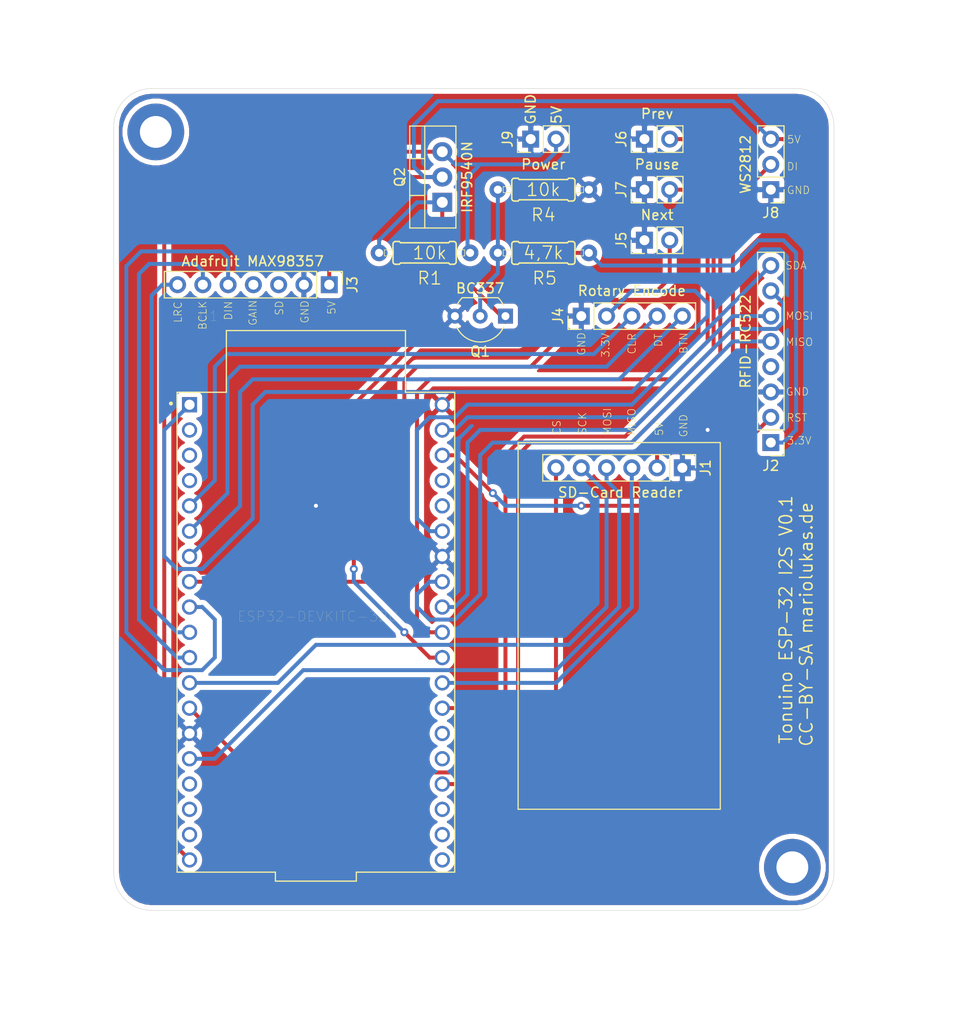
<source format=kicad_pcb>
(kicad_pcb (version 20171130) (host pcbnew "(5.1.8-0-10_14)")
  (layers (0 F.Cu signal) (31 B.Cu signal) (34 B.Paste user) (35 F.Paste user) (36 B.SilkS user) (37 F.SilkS user) (38 B.Mask user) (39 F.Mask user) (44 Edge.Cuts user))
  (net 0 "")
  (net 1 "Net-(U1-Pad35)")
  (net 2 "Net-(U1-Pad34)")
  (net 3 "Net-(U1-Pad25)")
  (net 4 "Net-(U1-Pad24)")
  (net 5 "Net-(U1-Pad22)")
  (net 6 "Net-(U1-Pad21)")
  (net 7 "Net-(U1-Pad20)")
  (net 8 "Net-(U1-Pad18)")
  (net 9 "Net-(U1-Pad17)")
  (net 10 "Net-(U1-Pad16)")
  (net 11 "Net-(U1-Pad4)")
  (net 12 "Net-(U1-Pad3)")
  (net 13 "Net-(U1-Pad2)")
  (net 14 "Net-(Q1-Pad2)")
  (net 15 GND)
  (net 16 GPIO-17)
  (net 17 "Net-(J3-Pad4)")
  (net 18 "Net-(J3-Pad3)")
  (net 19 SD-CARD_CS)
  (net 20 SD-CARD_SCK)
  (net 21 SD-CARD_MOSI)
  (net 22 SD-CARD_MISO)
  (net 23 SWITCHED_VCC)
  (net 24 RFID_SDA)
  (net 25 RFID_SCK)
  (net 26 RFID_MOSI)
  (net 27 RFID_MISO)
  (net 28 RFID_RST)
  (net 29 3.3V)
  (net 30 ROTARY_CLR)
  (net 31 ROTARY_DT)
  (net 32 ROTARY_BUTTON)
  (net 33 BUTTON_PREVIOUS_PIN)
  (net 34 BUTTON_NEXT_PIN)
  (net 35 BUTTON_PLAY_PAUSE_PIN)
  (net 36 NEOPIXEL_DI)
  (net 37 VCC)
  (net 38 MAX98357_LRC)
  (net 39 MAX98357_DIN)
  (net 40 MAX98357_BLCK)
  (net 41 "Net-(J2-Pad4)")
  (net 42 "Net-(Q1-Pad1)")
  (module MountingHole:MountingHole_3.2mm_M3_ISO7380_Pad (layer F.Cu) (at 201.55408 108.6993)
    (fp_text reference REF**)
    (fp_text value MountingHole_3.2mm_M3_ISO7380_Pad)
    (pad 1 thru_hole circle (at 0 0) (size 5.7 5.7) (drill 3.2) (layers *.Cu *.Mask))
  )
  (module MountingHole:MountingHole_3.2mm_M3_ISO7380_Pad (layer F.Cu) (at 137.5791 34.84118)
    (fp_text reference REF**)
    (fp_text value MountingHole_3.2mm_M3_ISO7380_Pad)
    (pad 1 thru_hole circle (at 0 0) (size 5.7 5.7) (drill 3.2) (layers *.Cu *.Mask))
  )
  (module ESP32-DEVKITC-32U:MODULE_ESP32-DEVKITC-32U (layer F.Cu) (at 153.67 85.09)
    (fp_text reference U1 (at -10.795 -31.75) (layer F.SilkS) (effects (font (thickness 0.015))))
    (fp_text value ESP32-DEVKITC-32U (at 0.18542 -1.59004) (layer F.SilkS) (effects (font (thickness 0.015))))
    (fp_circle (center -14.57 -22.97) (end -14.47 -22.97) (layer F.SilkS) (width 0.2))
    (fp_line (start -13.95 -24.1) (end -13.95 24.1) (layer F.SilkS) (width 0.127))
    (fp_line (start 13.95 24.1) (end 13.95 -24.1) (layer F.SilkS) (width 0.127))
    (fp_line (start 13.95 -24.1) (end 9 -24.1) (layer F.SilkS) (width 0.127))
    (fp_line (start -9 -24.1) (end -13.95 -24.1) (layer F.SilkS) (width 0.127))
    (fp_line (start -9 -24.1) (end -9 -30.3) (layer F.SilkS) (width 0.127))
    (fp_line (start -9 -30.3) (end 9 -30.3) (layer F.SilkS) (width 0.127))
    (fp_line (start 9 -30.3) (end 9 -24.1) (layer F.SilkS) (width 0.127))
    (fp_line (start -13.95 24.1) (end -4.07 24.1) (layer F.SilkS) (width 0.127))
    (fp_line (start -4.07 24.1) (end -4.07 25) (layer F.SilkS) (width 0.127))
    (fp_line (start -4.07 25) (end 4.06 25) (layer F.SilkS) (width 0.127))
    (fp_line (start 4.06 25) (end 4.06 24.1) (layer F.SilkS) (width 0.127))
    (fp_line (start 4.06 24.1) (end 13.95 24.1) (layer F.SilkS) (width 0.127))
    (pad 38 thru_hole circle (at 12.7 -22.85) (size 1.53 1.53) (drill 1.02) (layers *.Cu *.Mask) (net 15 GND))
    (pad 37 thru_hole circle (at 12.7 -20.31) (size 1.53 1.53) (drill 1.02) (layers *.Cu *.Mask) (net 26 RFID_MOSI))
    (pad 36 thru_hole circle (at 12.7 -17.77) (size 1.53 1.53) (drill 1.02) (layers *.Cu *.Mask) (net 28 RFID_RST))
    (pad 35 thru_hole circle (at 12.7 -15.23) (size 1.53 1.53) (drill 1.02) (layers *.Cu *.Mask) (net 1 "Net-(U1-Pad35)"))
    (pad 34 thru_hole circle (at 12.7 -12.69) (size 1.53 1.53) (drill 1.02) (layers *.Cu *.Mask) (net 2 "Net-(U1-Pad34)"))
    (pad 33 thru_hole circle (at 12.7 -10.15) (size 1.53 1.53) (drill 1.02) (layers *.Cu *.Mask) (net 24 RFID_SDA))
    (pad 32 thru_hole circle (at 12.7 -7.61) (size 1.53 1.53) (drill 1.02) (layers *.Cu *.Mask) (net 15 GND))
    (pad 31 thru_hole circle (at 12.7 -5.07) (size 1.53 1.53) (drill 1.02) (layers *.Cu *.Mask) (net 27 RFID_MISO))
    (pad 30 thru_hole circle (at 12.7 -2.53) (size 1.53 1.53) (drill 1.02) (layers *.Cu *.Mask) (net 25 RFID_SCK))
    (pad 29 thru_hole circle (at 12.7 0.01) (size 1.53 1.53) (drill 1.02) (layers *.Cu *.Mask) (net 35 BUTTON_PLAY_PAUSE_PIN))
    (pad 28 thru_hole circle (at 12.7 2.55) (size 1.53 1.53) (drill 1.02) (layers *.Cu *.Mask) (net 16 GPIO-17))
    (pad 27 thru_hole circle (at 12.7 5.09) (size 1.53 1.53) (drill 1.02) (layers *.Cu *.Mask) (net 22 SD-CARD_MISO))
    (pad 26 thru_hole circle (at 12.7 7.63) (size 1.53 1.53) (drill 1.02) (layers *.Cu *.Mask) (net 34 BUTTON_NEXT_PIN))
    (pad 25 thru_hole circle (at 12.7 10.17) (size 1.53 1.53) (drill 1.02) (layers *.Cu *.Mask) (net 3 "Net-(U1-Pad25)"))
    (pad 24 thru_hole circle (at 12.7 12.71) (size 1.53 1.53) (drill 1.02) (layers *.Cu *.Mask) (net 4 "Net-(U1-Pad24)"))
    (pad 23 thru_hole circle (at 12.7 15.25) (size 1.53 1.53) (drill 1.02) (layers *.Cu *.Mask) (net 19 SD-CARD_CS))
    (pad 22 thru_hole circle (at 12.7 17.79) (size 1.53 1.53) (drill 1.02) (layers *.Cu *.Mask) (net 5 "Net-(U1-Pad22)"))
    (pad 21 thru_hole circle (at 12.7 20.33) (size 1.53 1.53) (drill 1.02) (layers *.Cu *.Mask) (net 6 "Net-(U1-Pad21)"))
    (pad 20 thru_hole circle (at 12.7 22.87) (size 1.53 1.53) (drill 1.02) (layers *.Cu *.Mask) (net 7 "Net-(U1-Pad20)"))
    (pad 19 thru_hole circle (at -12.7 22.87) (size 1.53 1.53) (drill 1.02) (layers *.Cu *.Mask) (net 37 VCC))
    (pad 18 thru_hole circle (at -12.7 20.33) (size 1.53 1.53) (drill 1.02) (layers *.Cu *.Mask) (net 8 "Net-(U1-Pad18)"))
    (pad 17 thru_hole circle (at -12.7 17.79) (size 1.53 1.53) (drill 1.02) (layers *.Cu *.Mask) (net 9 "Net-(U1-Pad17)"))
    (pad 16 thru_hole circle (at -12.7 15.25) (size 1.53 1.53) (drill 1.02) (layers *.Cu *.Mask) (net 10 "Net-(U1-Pad16)"))
    (pad 15 thru_hole circle (at -12.7 12.71) (size 1.53 1.53) (drill 1.02) (layers *.Cu *.Mask) (net 21 SD-CARD_MOSI))
    (pad 14 thru_hole circle (at -12.7 10.17) (size 1.53 1.53) (drill 1.02) (layers *.Cu *.Mask) (net 15 GND))
    (pad 13 thru_hole circle (at -12.7 7.63) (size 1.53 1.53) (drill 1.02) (layers *.Cu *.Mask) (net 36 NEOPIXEL_DI))
    (pad 12 thru_hole circle (at -12.7 5.09) (size 1.53 1.53) (drill 1.02) (layers *.Cu *.Mask) (net 20 SD-CARD_SCK))
    (pad 11 thru_hole circle (at -12.7 2.55) (size 1.53 1.53) (drill 1.02) (layers *.Cu *.Mask) (net 40 MAX98357_BLCK))
    (pad 10 thru_hole circle (at -12.7 0.01) (size 1.53 1.53) (drill 1.02) (layers *.Cu *.Mask) (net 38 MAX98357_LRC))
    (pad 9 thru_hole circle (at -12.7 -2.53) (size 1.53 1.53) (drill 1.02) (layers *.Cu *.Mask) (net 39 MAX98357_DIN))
    (pad 8 thru_hole circle (at -12.7 -5.07) (size 1.53 1.53) (drill 1.02) (layers *.Cu *.Mask) (net 33 BUTTON_PREVIOUS_PIN))
    (pad 7 thru_hole circle (at -12.7 -7.61) (size 1.53 1.53) (drill 1.02) (layers *.Cu *.Mask) (net 32 ROTARY_BUTTON))
    (pad 6 thru_hole circle (at -12.7 -10.15) (size 1.53 1.53) (drill 1.02) (layers *.Cu *.Mask) (net 31 ROTARY_DT))
    (pad 5 thru_hole circle (at -12.7 -12.69) (size 1.53 1.53) (drill 1.02) (layers *.Cu *.Mask) (net 30 ROTARY_CLR))
    (pad 4 thru_hole circle (at -12.7 -15.23) (size 1.53 1.53) (drill 1.02) (layers *.Cu *.Mask) (net 11 "Net-(U1-Pad4)"))
    (pad 3 thru_hole circle (at -12.7 -17.77) (size 1.53 1.53) (drill 1.02) (layers *.Cu *.Mask) (net 12 "Net-(U1-Pad3)"))
    (pad 2 thru_hole circle (at -12.7 -20.31) (size 1.53 1.53) (drill 1.02) (layers *.Cu *.Mask) (net 13 "Net-(U1-Pad2)"))
    (pad 1 thru_hole rect (at -12.7 -22.85) (size 1.53 1.53) (drill 1.02) (layers *.Cu *.Mask) (net 29 3.3V))
  )
  (module mod_s:PinHeader_1x06_P2.54mm_Vertical (layer F.Cu) (at 190.5 68.58 270)
    (fp_text reference J1 (at 0 -2.33 90) (layer F.SilkS))
    (fp_text value "SD-Card Reader" (at 2.47142 6.2357 180) (layer F.SilkS))
    (fp_line (start -1.33 -1.33) (end 0 -1.33) (layer F.SilkS) (width 0.12))
    (fp_line (start -1.33 0) (end -1.33 -1.33) (layer F.SilkS) (width 0.12))
    (fp_line (start -1.33 1.27) (end 1.33 1.27) (layer F.SilkS) (width 0.12))
    (fp_line (start 1.33 1.27) (end 1.33 14.03) (layer F.SilkS) (width 0.12))
    (fp_line (start -1.33 1.27) (end -1.33 14.03) (layer F.SilkS) (width 0.12))
    (fp_line (start -1.33 14.03) (end 1.33 14.03) (layer F.SilkS) (width 0.12))
    (pad 6 thru_hole oval (at 0 12.7 270) (size 1.7 1.7) (drill 1) (layers *.Cu *.Mask) (net 19 SD-CARD_CS))
    (pad 5 thru_hole oval (at 0 10.16 270) (size 1.7 1.7) (drill 1) (layers *.Cu *.Mask) (net 20 SD-CARD_SCK))
    (pad 4 thru_hole oval (at 0 7.62 270) (size 1.7 1.7) (drill 1) (layers *.Cu *.Mask) (net 21 SD-CARD_MOSI))
    (pad 3 thru_hole oval (at 0 5.08 270) (size 1.7 1.7) (drill 1) (layers *.Cu *.Mask) (net 22 SD-CARD_MISO))
    (pad 2 thru_hole oval (at 0 2.54 270) (size 1.7 1.7) (drill 1) (layers *.Cu *.Mask) (net 23 SWITCHED_VCC))
    (pad 1 thru_hole rect (at 0 0 270) (size 1.7 1.7) (drill 1) (layers *.Cu *.Mask) (net 15 GND))
  )
  (module mod_s:PinHeader_1x02_P2.54mm_Vertical (layer F.Cu) (at 175.26 35.56 90)
    (fp_text reference J9 (at 0 -2.33 90) (layer F.SilkS))
    (fp_text value Power (at -2.54 1.27 180) (layer F.SilkS))
    (fp_line (start -1.33 3.87) (end 1.33 3.87) (layer F.SilkS) (width 0.12))
    (fp_line (start -1.33 1.27) (end -1.33 3.87) (layer F.SilkS) (width 0.12))
    (fp_line (start 1.33 1.27) (end 1.33 3.87) (layer F.SilkS) (width 0.12))
    (fp_line (start -1.33 1.27) (end 1.33 1.27) (layer F.SilkS) (width 0.12))
    (fp_line (start -1.33 0) (end -1.33 -1.33) (layer F.SilkS) (width 0.12))
    (fp_line (start -1.33 -1.33) (end 0 -1.33) (layer F.SilkS) (width 0.12))
    (pad 2 thru_hole oval (at 0 2.54 90) (size 1.7 1.7) (drill 1) (layers *.Cu *.Mask) (net 37 VCC))
    (pad 1 thru_hole rect (at 0 0 90) (size 1.7 1.7) (drill 1) (layers *.Cu *.Mask) (net 15 GND))
  )
  (module mod_s:PinHeader_1x03_P2.54mm_Vertical (layer F.Cu) (at 199.39 40.64 180)
    (fp_text reference J8 (at 0 -2.33) (layer F.SilkS))
    (fp_text value WS2812 (at 2.54 2.54 90) (layer F.SilkS))
    (fp_line (start -1.33 6.41) (end 1.33 6.41) (layer F.SilkS) (width 0.12))
    (fp_line (start -1.33 1.27) (end -1.33 6.41) (layer F.SilkS) (width 0.12))
    (fp_line (start 1.33 1.27) (end 1.33 6.41) (layer F.SilkS) (width 0.12))
    (fp_line (start -1.33 1.27) (end 1.33 1.27) (layer F.SilkS) (width 0.12))
    (fp_line (start -1.33 0) (end -1.33 -1.33) (layer F.SilkS) (width 0.12))
    (fp_line (start -1.33 -1.33) (end 0 -1.33) (layer F.SilkS) (width 0.12))
    (pad 3 thru_hole oval (at 0 5.08 180) (size 1.7 1.7) (drill 1) (layers *.Cu *.Mask) (net 23 SWITCHED_VCC))
    (pad 2 thru_hole oval (at 0 2.54 180) (size 1.7 1.7) (drill 1) (layers *.Cu *.Mask) (net 36 NEOPIXEL_DI))
    (pad 1 thru_hole rect (at 0 0 180) (size 1.7 1.7) (drill 1) (layers *.Cu *.Mask) (net 15 GND))
  )
  (module mod_s:PinHeader_1x02_P2.54mm_Vertical (layer F.Cu) (at 186.69 40.64 90)
    (fp_text reference J7 (at 0 -2.33 90) (layer F.SilkS))
    (fp_text value Pause (at 2.54 1.27 180) (layer F.SilkS))
    (fp_line (start -1.33 3.87) (end 1.33 3.87) (layer F.SilkS) (width 0.12))
    (fp_line (start -1.33 1.27) (end -1.33 3.87) (layer F.SilkS) (width 0.12))
    (fp_line (start 1.33 1.27) (end 1.33 3.87) (layer F.SilkS) (width 0.12))
    (fp_line (start -1.33 1.27) (end 1.33 1.27) (layer F.SilkS) (width 0.12))
    (fp_line (start -1.33 0) (end -1.33 -1.33) (layer F.SilkS) (width 0.12))
    (fp_line (start -1.33 -1.33) (end 0 -1.33) (layer F.SilkS) (width 0.12))
    (pad 2 thru_hole oval (at 0 2.54 90) (size 1.7 1.7) (drill 1) (layers *.Cu *.Mask) (net 35 BUTTON_PLAY_PAUSE_PIN))
    (pad 1 thru_hole rect (at 0 0 90) (size 1.7 1.7) (drill 1) (layers *.Cu *.Mask) (net 15 GND))
  )
  (module mod_s:PinHeader_1x02_P2.54mm_Vertical (layer F.Cu) (at 186.69 35.56 90)
    (fp_text reference J6 (at 0 -2.33 90) (layer F.SilkS))
    (fp_text value Prev (at 2.54 1.27 180) (layer F.SilkS))
    (fp_line (start -1.33 3.87) (end 1.33 3.87) (layer F.SilkS) (width 0.12))
    (fp_line (start -1.33 1.27) (end -1.33 3.87) (layer F.SilkS) (width 0.12))
    (fp_line (start 1.33 1.27) (end 1.33 3.87) (layer F.SilkS) (width 0.12))
    (fp_line (start -1.33 1.27) (end 1.33 1.27) (layer F.SilkS) (width 0.12))
    (fp_line (start -1.33 0) (end -1.33 -1.33) (layer F.SilkS) (width 0.12))
    (fp_line (start -1.33 -1.33) (end 0 -1.33) (layer F.SilkS) (width 0.12))
    (pad 2 thru_hole oval (at 0 2.54 90) (size 1.7 1.7) (drill 1) (layers *.Cu *.Mask) (net 34 BUTTON_NEXT_PIN))
    (pad 1 thru_hole rect (at 0 0 90) (size 1.7 1.7) (drill 1) (layers *.Cu *.Mask) (net 15 GND))
  )
  (module mod_s:PinHeader_1x02_P2.54mm_Vertical (layer F.Cu) (at 186.69 45.72 90)
    (fp_text reference J5 (at 0 -2.33 90) (layer F.SilkS))
    (fp_text value Next (at 2.54 1.27 180) (layer F.SilkS))
    (fp_line (start -1.33 3.87) (end 1.33 3.87) (layer F.SilkS) (width 0.12))
    (fp_line (start -1.33 1.27) (end -1.33 3.87) (layer F.SilkS) (width 0.12))
    (fp_line (start 1.33 1.27) (end 1.33 3.87) (layer F.SilkS) (width 0.12))
    (fp_line (start -1.33 1.27) (end 1.33 1.27) (layer F.SilkS) (width 0.12))
    (fp_line (start -1.33 0) (end -1.33 -1.33) (layer F.SilkS) (width 0.12))
    (fp_line (start -1.33 -1.33) (end 0 -1.33) (layer F.SilkS) (width 0.12))
    (pad 2 thru_hole oval (at 0 2.54 90) (size 1.7 1.7) (drill 1) (layers *.Cu *.Mask) (net 33 BUTTON_PREVIOUS_PIN))
    (pad 1 thru_hole rect (at 0 0 90) (size 1.7 1.7) (drill 1) (layers *.Cu *.Mask) (net 15 GND))
  )
  (module mod_s:PinHeader_1x08_P2.54mm_Vertical (layer F.Cu) (at 199.39 66.04 180)
    (fp_text reference J2 (at 0 -2.33) (layer F.SilkS))
    (fp_text value RFID-RC522 (at 2.54 10.16 90) (layer F.SilkS))
    (fp_line (start -1.33 19.11) (end 1.33 19.11) (layer F.SilkS) (width 0.12))
    (fp_line (start -1.33 1.27) (end -1.33 19.11) (layer F.SilkS) (width 0.12))
    (fp_line (start 1.33 1.27) (end 1.33 19.11) (layer F.SilkS) (width 0.12))
    (fp_line (start -1.33 1.27) (end 1.33 1.27) (layer F.SilkS) (width 0.12))
    (fp_line (start -1.33 0) (end -1.33 -1.33) (layer F.SilkS) (width 0.12))
    (fp_line (start -1.33 -1.33) (end 0 -1.33) (layer F.SilkS) (width 0.12))
    (pad 8 thru_hole oval (at 0 17.78 180) (size 1.7 1.7) (drill 1) (layers *.Cu *.Mask) (net 24 RFID_SDA))
    (pad 7 thru_hole oval (at 0 15.24 180) (size 1.7 1.7) (drill 1) (layers *.Cu *.Mask) (net 25 RFID_SCK))
    (pad 6 thru_hole oval (at 0 12.7 180) (size 1.7 1.7) (drill 1) (layers *.Cu *.Mask) (net 26 RFID_MOSI))
    (pad 5 thru_hole oval (at 0 10.16 180) (size 1.7 1.7) (drill 1) (layers *.Cu *.Mask) (net 27 RFID_MISO))
    (pad 4 thru_hole oval (at 0 7.62 180) (size 1.7 1.7) (drill 1) (layers *.Cu *.Mask) (net 41 "Net-(J2-Pad4)"))
    (pad 3 thru_hole oval (at 0 5.08 180) (size 1.7 1.7) (drill 1) (layers *.Cu *.Mask) (net 15 GND))
    (pad 2 thru_hole oval (at 0 2.54 180) (size 1.7 1.7) (drill 1) (layers *.Cu *.Mask) (net 28 RFID_RST))
    (pad 1 thru_hole rect (at 0 0 180) (size 1.7 1.7) (drill 1) (layers *.Cu *.Mask) (net 16 GPIO-17))
  )
  (module mod_s:PinHeader_1x07_P2.54mm_Vertical (layer F.Cu) (at 155.00604 50.18532 270)
    (fp_text reference J3 (at 0 -2.33 90) (layer F.SilkS))
    (fp_text value "Adafruit MAX98357" (at -2.35204 7.6835 180) (layer F.SilkS))
    (fp_line (start -1.33 -1.33) (end 0 -1.33) (layer F.SilkS) (width 0.12))
    (fp_line (start -1.33 0) (end -1.33 -1.33) (layer F.SilkS) (width 0.12))
    (fp_line (start -1.33 1.27) (end 1.33 1.27) (layer F.SilkS) (width 0.12))
    (fp_line (start 1.33 1.27) (end 1.33 16.57) (layer F.SilkS) (width 0.12))
    (fp_line (start -1.33 1.27) (end -1.33 16.57) (layer F.SilkS) (width 0.12))
    (fp_line (start -1.33 16.57) (end 1.33 16.57) (layer F.SilkS) (width 0.12))
    (pad 7 thru_hole oval (at 0 15.24 270) (size 1.7 1.7) (drill 1) (layers *.Cu *.Mask) (net 38 MAX98357_LRC))
    (pad 6 thru_hole oval (at 0 12.7 270) (size 1.7 1.7) (drill 1) (layers *.Cu *.Mask) (net 40 MAX98357_BLCK))
    (pad 5 thru_hole oval (at 0 10.16 270) (size 1.7 1.7) (drill 1) (layers *.Cu *.Mask) (net 39 MAX98357_DIN))
    (pad 4 thru_hole oval (at 0 7.62 270) (size 1.7 1.7) (drill 1) (layers *.Cu *.Mask) (net 17 "Net-(J3-Pad4)"))
    (pad 3 thru_hole oval (at 0 5.08 270) (size 1.7 1.7) (drill 1) (layers *.Cu *.Mask) (net 18 "Net-(J3-Pad3)"))
    (pad 2 thru_hole oval (at 0 2.54 270) (size 1.7 1.7) (drill 1) (layers *.Cu *.Mask) (net 15 GND))
    (pad 1 thru_hole rect (at 0 0 270) (size 1.7 1.7) (drill 1) (layers *.Cu *.Mask) (net 23 SWITCHED_VCC))
  )
  (module mod_s:PinHeader_1x05_P2.54mm_Vertical (layer F.Cu) (at 180.34 53.34 90)
    (fp_text reference J4 (at 0 -2.33 90) (layer F.SilkS))
    (fp_text value "Rotary Encode" (at 2.54 5.08 180) (layer F.SilkS))
    (fp_line (start -1.33 11.49) (end 1.33 11.49) (layer F.SilkS) (width 0.12))
    (fp_line (start -1.33 1.27) (end -1.33 11.49) (layer F.SilkS) (width 0.12))
    (fp_line (start 1.33 1.27) (end 1.33 11.49) (layer F.SilkS) (width 0.12))
    (fp_line (start -1.33 1.27) (end 1.33 1.27) (layer F.SilkS) (width 0.12))
    (fp_line (start -1.33 0) (end -1.33 -1.33) (layer F.SilkS) (width 0.12))
    (fp_line (start -1.33 -1.33) (end 0 -1.33) (layer F.SilkS) (width 0.12))
    (pad 5 thru_hole oval (at 0 10.16 90) (size 1.7 1.7) (drill 1) (layers *.Cu *.Mask) (net 32 ROTARY_BUTTON))
    (pad 4 thru_hole oval (at 0 7.62 90) (size 1.7 1.7) (drill 1) (layers *.Cu *.Mask) (net 31 ROTARY_DT))
    (pad 3 thru_hole oval (at 0 5.08 90) (size 1.7 1.7) (drill 1) (layers *.Cu *.Mask) (net 30 ROTARY_CLR))
    (pad 2 thru_hole oval (at 0 2.54 90) (size 1.7 1.7) (drill 1) (layers *.Cu *.Mask) (net 29 3.3V))
    (pad 1 thru_hole rect (at 0 0 90) (size 1.7 1.7) (drill 1) (layers *.Cu *.Mask) (net 15 GND))
  )
  (module adafruit:0207_9 (layer F.Cu) (at 176.53 46.99)
    (fp_text reference R5 (at 0.127 2.54) (layer F.SilkS) (effects (font (size 1.27 1.27) (thickness 0.127))))
    (fp_text value 4,7k (at 0 0) (layer F.SilkS) (effects (font (size 1.27 1.27) (thickness 0.127))))
    (fp_line (start 3.175 0.3048) (end 4.0386 0.3048) (layer F.SilkS) (width 0.06604))
    (fp_line (start 4.0386 0.3048) (end 4.0386 -0.3048) (layer F.SilkS) (width 0.06604))
    (fp_line (start 3.175 -0.3048) (end 4.0386 -0.3048) (layer F.SilkS) (width 0.06604))
    (fp_line (start 3.175 0.3048) (end 3.175 -0.3048) (layer F.SilkS) (width 0.06604))
    (fp_line (start -4.0386 0.3048) (end -3.175 0.3048) (layer F.SilkS) (width 0.06604))
    (fp_line (start -3.175 0.3048) (end -3.175 -0.3048) (layer F.SilkS) (width 0.06604))
    (fp_line (start -4.0386 -0.3048) (end -3.175 -0.3048) (layer F.SilkS) (width 0.06604))
    (fp_line (start -4.0386 0.3048) (end -4.0386 -0.3048) (layer F.SilkS) (width 0.06604))
    (fp_line (start -3.175 0.889) (end -3.175 -0.889) (layer F.SilkS) (width 0.1524))
    (fp_line (start -2.921 -1.143) (end -2.54 -1.143) (layer F.SilkS) (width 0.1524))
    (fp_line (start -2.413 -1.016) (end -2.54 -1.143) (layer F.SilkS) (width 0.1524))
    (fp_line (start -2.921 1.143) (end -2.54 1.143) (layer F.SilkS) (width 0.1524))
    (fp_line (start -2.413 1.016) (end -2.54 1.143) (layer F.SilkS) (width 0.1524))
    (fp_line (start 2.413 -1.016) (end 2.54 -1.143) (layer F.SilkS) (width 0.1524))
    (fp_line (start 2.413 -1.016) (end -2.413 -1.016) (layer F.SilkS) (width 0.1524))
    (fp_line (start 2.413 1.016) (end 2.54 1.143) (layer F.SilkS) (width 0.1524))
    (fp_line (start 2.413 1.016) (end -2.413 1.016) (layer F.SilkS) (width 0.1524))
    (fp_line (start 2.921 -1.143) (end 2.54 -1.143) (layer F.SilkS) (width 0.1524))
    (fp_line (start 2.921 1.143) (end 2.54 1.143) (layer F.SilkS) (width 0.1524))
    (fp_line (start 3.175 0.889) (end 3.175 -0.889) (layer F.SilkS) (width 0.1524))
    (fp_arc (start 2.921 -0.889) (end 2.921 -1.143) (angle 90) (layer F.SilkS) (width 0.1524))
    (fp_arc (start 2.921 0.889) (end 3.175 0.889) (angle 90) (layer F.SilkS) (width 0.1524))
    (fp_arc (start -2.921 0.889) (end -2.921 1.143) (angle 90) (layer F.SilkS) (width 0.1524))
    (fp_arc (start -2.921 -0.889) (end -3.175 -0.889) (angle 90) (layer F.SilkS) (width 0.1524))
    (pad 2 thru_hole circle (at 4.572 0) (size 1.6764 3.3528) (drill 0.8128) (layers *.Cu *.Paste *.Mask) (net 16 GPIO-17))
    (pad 1 thru_hole circle (at -4.572 0) (size 1.6764 3.3528) (drill 0.8128) (layers *.Cu *.Paste *.Mask) (net 14 "Net-(Q1-Pad2)"))
  )
  (module adafruit:0207_9 (layer F.Cu) (at 176.53 40.64)
    (fp_text reference R4 (at 0 2.54) (layer F.SilkS) (effects (font (size 1.27 1.27) (thickness 0.127))))
    (fp_text value 10k (at 0 0) (layer F.SilkS) (effects (font (size 1.27 1.27) (thickness 0.127))))
    (fp_line (start 3.175 0.3048) (end 4.0386 0.3048) (layer F.SilkS) (width 0.06604))
    (fp_line (start 4.0386 0.3048) (end 4.0386 -0.3048) (layer F.SilkS) (width 0.06604))
    (fp_line (start 3.175 -0.3048) (end 4.0386 -0.3048) (layer F.SilkS) (width 0.06604))
    (fp_line (start 3.175 0.3048) (end 3.175 -0.3048) (layer F.SilkS) (width 0.06604))
    (fp_line (start -4.0386 0.3048) (end -3.175 0.3048) (layer F.SilkS) (width 0.06604))
    (fp_line (start -3.175 0.3048) (end -3.175 -0.3048) (layer F.SilkS) (width 0.06604))
    (fp_line (start -4.0386 -0.3048) (end -3.175 -0.3048) (layer F.SilkS) (width 0.06604))
    (fp_line (start -4.0386 0.3048) (end -4.0386 -0.3048) (layer F.SilkS) (width 0.06604))
    (fp_line (start -3.175 0.889) (end -3.175 -0.889) (layer F.SilkS) (width 0.1524))
    (fp_line (start -2.921 -1.143) (end -2.54 -1.143) (layer F.SilkS) (width 0.1524))
    (fp_line (start -2.413 -1.016) (end -2.54 -1.143) (layer F.SilkS) (width 0.1524))
    (fp_line (start -2.921 1.143) (end -2.54 1.143) (layer F.SilkS) (width 0.1524))
    (fp_line (start -2.413 1.016) (end -2.54 1.143) (layer F.SilkS) (width 0.1524))
    (fp_line (start 2.413 -1.016) (end 2.54 -1.143) (layer F.SilkS) (width 0.1524))
    (fp_line (start 2.413 -1.016) (end -2.413 -1.016) (layer F.SilkS) (width 0.1524))
    (fp_line (start 2.413 1.016) (end 2.54 1.143) (layer F.SilkS) (width 0.1524))
    (fp_line (start 2.413 1.016) (end -2.413 1.016) (layer F.SilkS) (width 0.1524))
    (fp_line (start 2.921 -1.143) (end 2.54 -1.143) (layer F.SilkS) (width 0.1524))
    (fp_line (start 2.921 1.143) (end 2.54 1.143) (layer F.SilkS) (width 0.1524))
    (fp_line (start 3.175 0.889) (end 3.175 -0.889) (layer F.SilkS) (width 0.1524))
    (fp_arc (start 2.921 -0.889) (end 2.921 -1.143) (angle 90) (layer F.SilkS) (width 0.1524))
    (fp_arc (start 2.921 0.889) (end 3.175 0.889) (angle 90) (layer F.SilkS) (width 0.1524))
    (fp_arc (start -2.921 0.889) (end -2.921 1.143) (angle 90) (layer F.SilkS) (width 0.1524))
    (fp_arc (start -2.921 -0.889) (end -3.175 -0.889) (angle 90) (layer F.SilkS) (width 0.1524))
    (pad 2 thru_hole circle (at 4.572 0) (size 1.6764 3.3528) (drill 0.8128) (layers *.Cu *.Paste *.Mask) (net 15 GND))
    (pad 1 thru_hole circle (at -4.572 0) (size 1.6764 3.3528) (drill 0.8128) (layers *.Cu *.Paste *.Mask) (net 14 "Net-(Q1-Pad2)"))
  )
  (module adafruit:0207_9 (layer F.Cu) (at 164.592 46.99 180)
    (fp_text reference R1 (at -0.508 -2.54) (layer F.SilkS) (effects (font (size 1.27 1.27) (thickness 0.127))))
    (fp_text value 10k (at -0.508 0) (layer F.SilkS) (effects (font (size 1.27 1.27) (thickness 0.127))))
    (fp_line (start 3.175 0.3048) (end 4.0386 0.3048) (layer F.SilkS) (width 0.06604))
    (fp_line (start 4.0386 0.3048) (end 4.0386 -0.3048) (layer F.SilkS) (width 0.06604))
    (fp_line (start 3.175 -0.3048) (end 4.0386 -0.3048) (layer F.SilkS) (width 0.06604))
    (fp_line (start 3.175 0.3048) (end 3.175 -0.3048) (layer F.SilkS) (width 0.06604))
    (fp_line (start -4.0386 0.3048) (end -3.175 0.3048) (layer F.SilkS) (width 0.06604))
    (fp_line (start -3.175 0.3048) (end -3.175 -0.3048) (layer F.SilkS) (width 0.06604))
    (fp_line (start -4.0386 -0.3048) (end -3.175 -0.3048) (layer F.SilkS) (width 0.06604))
    (fp_line (start -4.0386 0.3048) (end -4.0386 -0.3048) (layer F.SilkS) (width 0.06604))
    (fp_line (start -3.175 0.889) (end -3.175 -0.889) (layer F.SilkS) (width 0.1524))
    (fp_line (start -2.921 -1.143) (end -2.54 -1.143) (layer F.SilkS) (width 0.1524))
    (fp_line (start -2.413 -1.016) (end -2.54 -1.143) (layer F.SilkS) (width 0.1524))
    (fp_line (start -2.921 1.143) (end -2.54 1.143) (layer F.SilkS) (width 0.1524))
    (fp_line (start -2.413 1.016) (end -2.54 1.143) (layer F.SilkS) (width 0.1524))
    (fp_line (start 2.413 -1.016) (end 2.54 -1.143) (layer F.SilkS) (width 0.1524))
    (fp_line (start 2.413 -1.016) (end -2.413 -1.016) (layer F.SilkS) (width 0.1524))
    (fp_line (start 2.413 1.016) (end 2.54 1.143) (layer F.SilkS) (width 0.1524))
    (fp_line (start 2.413 1.016) (end -2.413 1.016) (layer F.SilkS) (width 0.1524))
    (fp_line (start 2.921 -1.143) (end 2.54 -1.143) (layer F.SilkS) (width 0.1524))
    (fp_line (start 2.921 1.143) (end 2.54 1.143) (layer F.SilkS) (width 0.1524))
    (fp_line (start 3.175 0.889) (end 3.175 -0.889) (layer F.SilkS) (width 0.1524))
    (fp_arc (start 2.921 -0.889) (end 2.921 -1.143) (angle 90) (layer F.SilkS) (width 0.1524))
    (fp_arc (start 2.921 0.889) (end 3.175 0.889) (angle 90) (layer F.SilkS) (width 0.1524))
    (fp_arc (start -2.921 0.889) (end -2.921 1.143) (angle 90) (layer F.SilkS) (width 0.1524))
    (fp_arc (start -2.921 -0.889) (end -3.175 -0.889) (angle 90) (layer F.SilkS) (width 0.1524))
    (pad 2 thru_hole circle (at 4.572 0 180) (size 1.6764 3.3528) (drill 0.8128) (layers *.Cu *.Paste *.Mask) (net 42 "Net-(Q1-Pad1)"))
    (pad 1 thru_hole circle (at -4.572 0 180) (size 1.6764 3.3528) (drill 0.8128) (layers *.Cu *.Paste *.Mask) (net 37 VCC))
  )
  (module Package_TO_SOT_THT:TO-220-3_Vertical (layer F.Cu) (at 166.37 41.91 90)
    (fp_text reference Q2 (at 2.54 -4.27 90) (layer F.SilkS))
    (fp_text value IRF9540N (at 2.54 2.5 90) (layer F.SilkS))
    (fp_line (start 4.391 -3.27) (end 4.391 -1.76) (layer F.SilkS) (width 0.12))
    (fp_line (start 0.69 -3.27) (end 0.69 -1.76) (layer F.SilkS) (width 0.12))
    (fp_line (start -2.58 -1.76) (end 7.66 -1.76) (layer F.SilkS) (width 0.12))
    (fp_line (start 7.66 -3.27) (end 7.66 1.371) (layer F.SilkS) (width 0.12))
    (fp_line (start -2.58 -3.27) (end -2.58 1.371) (layer F.SilkS) (width 0.12))
    (fp_line (start -2.58 1.371) (end 7.66 1.371) (layer F.SilkS) (width 0.12))
    (fp_line (start -2.58 -3.27) (end 7.66 -3.27) (layer F.SilkS) (width 0.12))
    (pad 3 thru_hole oval (at 5.08 0 90) (size 1.905 2) (drill 1.1) (layers *.Cu *.Mask) (net 37 VCC))
    (pad 2 thru_hole oval (at 2.54 0 90) (size 1.905 2) (drill 1.1) (layers *.Cu *.Mask) (net 23 SWITCHED_VCC))
    (pad 1 thru_hole rect (at 0 0 90) (size 1.905 2) (drill 1.1) (layers *.Cu *.Mask) (net 42 "Net-(Q1-Pad1)"))
  )
  (module Package_TO_SOT_THT:TO-92_Inline_Wide (layer F.Cu) (at 172.72 53.34 180)
    (fp_text reference Q1 (at 2.54 -3.56) (layer F.SilkS))
    (fp_text value BC337 (at 2.54 2.79) (layer F.SilkS))
    (fp_line (start 0.74 1.85) (end 4.34 1.85) (layer F.SilkS) (width 0.12))
    (fp_arc (start 2.54 0) (end 4.34 1.85) (angle -20) (layer F.SilkS) (width 0.12))
    (fp_arc (start 2.54 0) (end 2.54 -2.6) (angle 65) (layer F.SilkS) (width 0.12))
    (fp_arc (start 2.54 0) (end 2.54 -2.6) (angle -65) (layer F.SilkS) (width 0.12))
    (fp_arc (start 2.54 0) (end 0.74 1.85) (angle 20) (layer F.SilkS) (width 0.12))
    (pad 1 thru_hole rect (at 0 0 180) (size 1.5 1.5) (drill 0.8) (layers *.Cu *.Mask) (net 42 "Net-(Q1-Pad1)"))
    (pad 3 thru_hole circle (at 5.08 0 180) (size 1.5 1.5) (drill 0.8) (layers *.Cu *.Mask) (net 15 GND))
    (pad 2 thru_hole circle (at 2.54 0 180) (size 1.5 1.5) (drill 0.8) (layers *.Cu *.Mask) (net 14 "Net-(Q1-Pad2)"))
  )
  (gr_line (start 133.35 109.22) (end 133.35 34.29) (layer Edge.Cuts) (width 0.05))
  (gr_line (start 201.93 113.03) (end 137.16 113.03) (layer Edge.Cuts) (width 0.05))
  (gr_line (start 205.74 34.29) (end 205.74 109.22) (layer Edge.Cuts) (width 0.05))
  (gr_line (start 201.93 30.48) (end 137.16 30.48) (layer Edge.Cuts) (width 0.05))
  (gr_arc (start 137.16 34.29) (end 137.16 30.48) (angle -90) (layer Edge.Cuts) (width 0.05))
  (gr_arc (start 137.16 109.22) (end 133.35 109.22) (angle -90) (layer Edge.Cuts) (width 0.05))
  (gr_arc (start 201.93 109.22) (end 201.93 113.03) (angle -90) (layer Edge.Cuts) (width 0.05))
  (gr_arc (start 201.93 34.29) (end 205.74 34.29) (angle -90) (layer Edge.Cuts) (width 0.05))
  (gr_text GAIN (at 147.33524 53.00726 90) (layer F.SilkS) (effects (font (size 0.762 0.762) (thickness 0.0635))))
  (gr_text "Tonuino ESP-32 I2S V0.1\nCC-BY-SA mariolukas.de " (at 201.93 83.82 90) (layer F.SilkS) (effects (font (size 1.27 1.27))))
  (gr_text CS (at 177.8762 64.52616 90) (layer F.SilkS) (effects (font (size 0.762 0.762) (thickness 0.0635))))
  (gr_text SCK (at 180.45938 64.10452 90) (layer F.SilkS) (effects (font (size 0.762 0.762) (thickness 0.0635))))
  (gr_text MOSI (at 182.96382 63.92418 90) (layer F.SilkS) (effects (font (size 0.762 0.762) (thickness 0.0635))))
  (gr_text MISO (at 185.4073 63.96482 90) (layer F.SilkS) (effects (font (size 0.762 0.762) (thickness 0.0635))))
  (gr_text 5V (at 188.17082 64.68618 90) (layer F.SilkS) (effects (font (size 0.762 0.762) (thickness 0.0635))))
  (gr_text GND (at 190.6143 64.34582 90) (layer F.SilkS) (effects (font (size 0.762 0.762) (thickness 0.0635))))
  (gr_text BTN (at 190.63208 56.0578 90) (layer F.SilkS) (effects (font (size 0.762 0.762) (thickness 0.0635))))
  (gr_text DT (at 188.10224 55.75808 90) (layer F.SilkS) (effects (font (size 0.762 0.762) (thickness 0.0635))))
  (gr_text CLR (at 185.43016 56.1086 90) (layer F.SilkS) (effects (font (size 0.762 0.762) (thickness 0.0635))))
  (gr_text "3.3V\n" (at 182.78348 56.26608 90) (layer F.SilkS) (effects (font (size 0.762 0.762) (thickness 0.0635))))
  (gr_text "GND\n" (at 180.35778 56.1213 90) (layer F.SilkS) (effects (font (size 0.762 0.762) (thickness 0.0635))))
  (gr_text GND (at 202.16876 40.6908) (layer F.SilkS) (effects (font (size 0.762 0.762) (thickness 0.0635))))
  (gr_text 5V (at 201.7141 35.60064) (layer F.SilkS) (effects (font (size 0.762 0.762) (thickness 0.0635))))
  (gr_text DI (at 201.56678 38.3159) (layer F.SilkS) (effects (font (size 0.762 0.762) (thickness 0.0635))))
  (gr_text 5V (at 155.25242 52.49418 90) (layer F.SilkS) (effects (font (size 0.762 0.762) (thickness 0.0635))))
  (gr_text DIN (at 144.87144 52.78882 90) (layer F.SilkS) (effects (font (size 0.762 0.762) (thickness 0.0635))))
  (gr_text BCLK (at 142.28572 53.26888 90) (layer F.SilkS) (effects (font (size 0.762 0.762) (thickness 0.0635))))
  (gr_text LRC (at 139.80414 52.94376 90) (layer F.SilkS) (effects (font (size 0.762 0.762) (thickness 0.0635))))
  (gr_text "SD\n" (at 149.99208 52.52974 90) (layer F.SilkS) (effects (font (size 0.762 0.762) (thickness 0.0635))))
  (gr_text GND (at 152.54986 52.91328 90) (layer F.SilkS) (effects (font (size 0.762 0.762) (thickness 0.0635))))
  (gr_text 3.3V (at 202.24242 65.8495) (layer F.SilkS) (effects (font (size 0.762 0.762) (thickness 0.0635))))
  (gr_text "RST\n" (at 202.0189 63.54826) (layer F.SilkS) (effects (font (size 0.762 0.762) (thickness 0.0635))))
  (gr_text GND (at 202.06208 60.93714) (layer F.SilkS) (effects (font (size 0.762 0.762) (thickness 0.0635))))
  (gr_text MISO (at 202.26274 55.9435) (layer F.SilkS) (effects (font (size 0.762 0.762) (thickness 0.0635))))
  (gr_text MOSI (at 202.26274 53.32222) (layer F.SilkS) (effects (font (size 0.762 0.762) (thickness 0.0635))))
  (gr_text "SDA\n" (at 201.93 48.26) (layer F.SilkS) (effects (font (size 0.762 0.762) (thickness 0.0635))))
  (gr_text GND (at 175.24476 32.55518 90) (layer F.SilkS) (effects (font (size 1 1))))
  (gr_text "5V\n" (at 177.85588 33.13176 90) (layer F.SilkS) (effects (font (size 1 1))))
  (gr_line (start 173.99 102.87) (end 194.31 102.87) (layer F.SilkS) (width 0.12))
  (gr_line (start 194.31 66.04) (end 173.99 66.04) (layer F.SilkS) (width 0.12))
  (gr_line (start 194.31 102.87) (end 194.31 66.04) (layer F.SilkS) (width 0.12))
  (gr_line (start 173.99 66.04) (end 173.99 102.87) (layer F.SilkS) (width 0.12))
  (segment (start 171.958 40.64) (end 171.958 46.99) (width 0.4) (layer B.Cu) (net 14))
  (segment (start 170.18 53.34) (end 170.18 50.8) (width 0.4) (layer B.Cu) (net 14))
  (segment (start 171.958 49.022) (end 171.958 46.99) (width 0.4) (layer B.Cu) (net 14))
  (segment (start 170.18 50.8) (end 171.958 49.022) (width 0.4) (layer B.Cu) (net 14))
  (via (at 193.04 64.77) (size 0.8) (drill 0.4) (layers F.Cu B.Cu) (net 15))
  (via (at 153.67 72.39) (size 0.8) (drill 0.4) (layers F.Cu B.Cu) (net 15))
  (segment (start 181.102 46.99) (end 177.8 46.99) (width 0.4) (layer F.Cu) (net 16))
  (via (at 157.48 78.74) (size 0.8) (drill 0.4) (layers F.Cu B.Cu) (net 16))
  (segment (start 157.48 62.23) (end 157.48 78.74) (width 0.4) (layer F.Cu) (net 16))
  (segment (start 163.83 55.88) (end 157.48 62.23) (width 0.4) (layer F.Cu) (net 16))
  (via (at 162.56 85.09) (size 0.8) (drill 0.4) (layers F.Cu B.Cu) (net 16))
  (segment (start 157.48 80.01) (end 162.56 85.09) (width 0.4) (layer B.Cu) (net 16))
  (segment (start 157.48 78.74) (end 157.48 80.01) (width 0.4) (layer B.Cu) (net 16))
  (segment (start 165.11 87.64) (end 166.37 87.64) (width 0.4) (layer F.Cu) (net 16))
  (segment (start 162.56 85.09) (end 165.11 87.64) (width 0.4) (layer F.Cu) (net 16))
  (segment (start 163.83 55.88) (end 173.99 55.88) (width 0.4) (layer F.Cu) (net 16))
  (segment (start 173.99 55.88) (end 175.26 54.61) (width 0.4) (layer F.Cu) (net 16))
  (segment (start 175.26 54.61) (end 175.26 48.26) (width 0.4) (layer F.Cu) (net 16))
  (segment (start 175.26 48.26) (end 176.53 46.99) (width 0.4) (layer F.Cu) (net 16))
  (segment (start 176.53 46.99) (end 177.8 46.99) (width 0.4) (layer F.Cu) (net 16))
  (segment (start 181.102 46.99) (end 182.372 48.26) (width 0.4) (layer B.Cu) (net 16))
  (segment (start 182.372 48.26) (end 195.58 48.26) (width 0.4) (layer B.Cu) (net 16))
  (segment (start 195.58 48.26) (end 198.12 45.72) (width 0.4) (layer B.Cu) (net 16))
  (segment (start 198.12 45.72) (end 200.66 45.72) (width 0.4) (layer B.Cu) (net 16))
  (segment (start 200.66 45.72) (end 201.93 46.99) (width 0.4) (layer B.Cu) (net 16))
  (segment (start 201.93 46.99) (end 201.93 64.77) (width 0.4) (layer B.Cu) (net 16))
  (segment (start 201.93 64.77) (end 200.66 66.04) (width 0.4) (layer B.Cu) (net 16))
  (segment (start 199.39 66.04) (end 200.66 66.04) (width 0.4) (layer B.Cu) (net 16))
  (segment (start 177.8 68.58) (end 177.8 99.06) (width 0.4) (layer F.Cu) (net 19))
  (segment (start 176.52 100.34) (end 166.37 100.34) (width 0.4) (layer F.Cu) (net 19))
  (segment (start 177.8 99.06) (end 176.52 100.34) (width 0.4) (layer F.Cu) (net 19))
  (segment (start 179.07 86.36) (end 182.88 82.55) (width 0.4) (layer B.Cu) (net 20))
  (segment (start 153.67 86.36) (end 179.07 86.36) (width 0.4) (layer B.Cu) (net 20))
  (segment (start 149.85 90.18) (end 153.67 86.36) (width 0.4) (layer B.Cu) (net 20))
  (segment (start 140.97 90.18) (end 149.85 90.18) (width 0.4) (layer B.Cu) (net 20))
  (segment (start 182.88 71.12) (end 180.34 68.58) (width 0.4) (layer B.Cu) (net 20))
  (segment (start 182.88 82.55) (end 182.88 71.12) (width 0.4) (layer B.Cu) (net 20))
  (segment (start 177.8 88.9) (end 152.4 88.9) (width 0.4) (layer B.Cu) (net 21))
  (segment (start 143.5 97.8) (end 140.97 97.8) (width 0.4) (layer B.Cu) (net 21))
  (segment (start 152.4 88.9) (end 143.5 97.8) (width 0.4) (layer B.Cu) (net 21))
  (segment (start 182.88 68.58) (end 182.88 69.85) (width 0.4) (layer B.Cu) (net 21))
  (segment (start 182.88 69.85) (end 184.15 71.12) (width 0.4) (layer B.Cu) (net 21))
  (segment (start 184.15 82.55) (end 177.8 88.9) (width 0.4) (layer B.Cu) (net 21))
  (segment (start 184.15 71.12) (end 184.15 82.55) (width 0.4) (layer B.Cu) (net 21))
  (segment (start 166.37 90.18) (end 177.79 90.18) (width 0.4) (layer B.Cu) (net 22))
  (segment (start 177.79 90.18) (end 185.42 82.55) (width 0.4) (layer B.Cu) (net 22))
  (segment (start 185.42 82.55) (end 185.42 68.58) (width 0.4) (layer B.Cu) (net 22))
  (segment (start 199.39 36.249998) (end 199.39 35.56) (width 0.4) (layer F.Cu) (net 23))
  (segment (start 187.96 68.58) (end 187.96 66.04) (width 0.4) (layer F.Cu) (net 23))
  (segment (start 187.96 66.04) (end 195.58 58.42) (width 0.4) (layer F.Cu) (net 23))
  (segment (start 195.58 46.870002) (end 199.270002 43.18) (width 0.4) (layer F.Cu) (net 23))
  (segment (start 195.58 58.42) (end 195.58 46.870002) (width 0.4) (layer F.Cu) (net 23))
  (segment (start 199.270002 43.18) (end 200.66 43.18) (width 0.4) (layer F.Cu) (net 23))
  (segment (start 200.66 43.18) (end 201.93 41.91) (width 0.4) (layer F.Cu) (net 23))
  (segment (start 201.93 41.91) (end 201.93 36.83) (width 0.4) (layer F.Cu) (net 23))
  (segment (start 201.93 36.83) (end 200.66 35.56) (width 0.4) (layer F.Cu) (net 23))
  (segment (start 200.66 35.56) (end 199.39 35.56) (width 0.4) (layer F.Cu) (net 23))
  (segment (start 154.94 50.11928) (end 155.00604 50.18532) (width 0.4) (layer B.Cu) (net 23))
  (segment (start 155.00604 50.18532) (end 155.00604 46.9011) (width 0.4) (layer F.Cu) (net 23))
  (segment (start 162.53714 39.37) (end 166.37 39.37) (width 0.4) (layer F.Cu) (net 23))
  (segment (start 155.00604 46.9011) (end 162.53714 39.37) (width 0.4) (layer F.Cu) (net 23))
  (segment (start 199.39 35.56) (end 195.58 31.75) (width 0.4) (layer B.Cu) (net 23))
  (segment (start 195.58 31.75) (end 165.92804 31.75) (width 0.4) (layer B.Cu) (net 23))
  (segment (start 165.92804 31.75) (end 163.52012 34.15792) (width 0.4) (layer B.Cu) (net 23))
  (segment (start 163.52012 34.15792) (end 163.52012 38.34384) (width 0.4) (layer B.Cu) (net 23))
  (segment (start 164.54628 39.37) (end 166.37 39.37) (width 0.4) (layer B.Cu) (net 23))
  (segment (start 163.52012 38.34384) (end 164.54628 39.37) (width 0.4) (layer B.Cu) (net 23))
  (segment (start 199.39 48.26) (end 185.42 62.23) (width 0.4) (layer B.Cu) (net 24))
  (segment (start 185.42 62.23) (end 168.91 62.23) (width 0.4) (layer B.Cu) (net 24))
  (segment (start 168.91 62.23) (end 167.64 63.5) (width 0.4) (layer B.Cu) (net 24))
  (segment (start 167.64 63.5) (end 165.1 63.5) (width 0.4) (layer B.Cu) (net 24))
  (segment (start 165.1 63.5) (end 163.83 64.77) (width 0.4) (layer B.Cu) (net 24))
  (segment (start 163.83 64.77) (end 163.83 73.66) (width 0.4) (layer B.Cu) (net 24))
  (segment (start 165.11 74.94) (end 166.37 74.94) (width 0.4) (layer B.Cu) (net 24))
  (segment (start 163.83 73.66) (end 165.11 74.94) (width 0.4) (layer B.Cu) (net 24))
  (segment (start 199.950003 54.629999) (end 195.560001 54.629999) (width 0.4) (layer B.Cu) (net 25))
  (segment (start 200.640001 53.940001) (end 199.950003 54.629999) (width 0.4) (layer B.Cu) (net 25))
  (segment (start 200.640001 52.050001) (end 200.640001 53.940001) (width 0.4) (layer B.Cu) (net 25))
  (segment (start 199.39 50.8) (end 200.640001 52.050001) (width 0.4) (layer B.Cu) (net 25))
  (segment (start 195.560001 54.629999) (end 185.42 64.77) (width 0.4) (layer B.Cu) (net 25))
  (segment (start 185.42 64.77) (end 170.18 64.77) (width 0.4) (layer B.Cu) (net 25))
  (segment (start 170.18 64.77) (end 168.91 66.04) (width 0.4) (layer B.Cu) (net 25))
  (segment (start 168.91 66.04) (end 168.91 81.28) (width 0.4) (layer B.Cu) (net 25))
  (segment (start 167.63 82.56) (end 166.37 82.56) (width 0.4) (layer B.Cu) (net 25))
  (segment (start 168.91 81.28) (end 167.63 82.56) (width 0.4) (layer B.Cu) (net 25))
  (segment (start 199.39 53.34) (end 195.58 53.34) (width 0.4) (layer B.Cu) (net 26))
  (segment (start 195.58 53.34) (end 185.42 63.5) (width 0.4) (layer B.Cu) (net 26))
  (segment (start 185.42 63.5) (end 168.91 63.5) (width 0.4) (layer B.Cu) (net 26))
  (segment (start 167.63 64.78) (end 166.37 64.78) (width 0.4) (layer B.Cu) (net 26))
  (segment (start 168.91 63.5) (end 167.63 64.78) (width 0.4) (layer B.Cu) (net 26))
  (segment (start 199.39 55.88) (end 195.58 55.88) (width 0.4) (layer B.Cu) (net 27))
  (segment (start 195.58 55.88) (end 185.42 66.04) (width 0.4) (layer B.Cu) (net 27))
  (segment (start 185.42 66.04) (end 171.45 66.04) (width 0.4) (layer B.Cu) (net 27))
  (segment (start 171.45 66.04) (end 170.18 67.31) (width 0.4) (layer B.Cu) (net 27))
  (segment (start 170.18 67.31) (end 170.18 81.28) (width 0.4) (layer B.Cu) (net 27))
  (segment (start 170.18 81.28) (end 167.64 83.82) (width 0.4) (layer B.Cu) (net 27))
  (segment (start 167.64 83.82) (end 165.1 83.82) (width 0.4) (layer B.Cu) (net 27))
  (segment (start 165.1 83.82) (end 163.83 82.55) (width 0.4) (layer B.Cu) (net 27))
  (segment (start 163.83 82.55) (end 163.83 81.28) (width 0.4) (layer B.Cu) (net 27))
  (segment (start 165.09 80.02) (end 166.37 80.02) (width 0.4) (layer B.Cu) (net 27))
  (segment (start 163.83 81.28) (end 165.09 80.02) (width 0.4) (layer B.Cu) (net 27))
  (via (at 180.34 72.39) (size 0.8) (drill 0.4) (layers F.Cu B.Cu) (net 28))
  (segment (start 190.5 72.39) (end 180.34 72.39) (width 0.4) (layer F.Cu) (net 28))
  (segment (start 199.39 63.5) (end 190.5 72.39) (width 0.4) (layer F.Cu) (net 28))
  (via (at 171.45 71.12) (size 0.8) (drill 0.4) (layers F.Cu B.Cu) (net 28))
  (segment (start 172.72 72.39) (end 171.45 71.12) (width 0.4) (layer B.Cu) (net 28))
  (segment (start 180.34 72.39) (end 172.72 72.39) (width 0.4) (layer B.Cu) (net 28))
  (segment (start 167.65 67.32) (end 166.37 67.32) (width 0.4) (layer F.Cu) (net 28))
  (segment (start 171.45 71.12) (end 167.65 67.32) (width 0.4) (layer F.Cu) (net 28))
  (segment (start 182.88 53.34) (end 185.42 50.8) (width 0.4) (layer B.Cu) (net 29))
  (segment (start 185.42 50.8) (end 191.77 50.8) (width 0.4) (layer B.Cu) (net 29))
  (segment (start 191.77 50.8) (end 193.04 52.07) (width 0.4) (layer B.Cu) (net 29))
  (segment (start 193.04 52.07) (end 193.04 53.34) (width 0.4) (layer B.Cu) (net 29))
  (segment (start 193.04 53.34) (end 185.42 60.96) (width 0.4) (layer B.Cu) (net 29))
  (segment (start 185.42 60.96) (end 148.59 60.96) (width 0.4) (layer B.Cu) (net 29))
  (segment (start 148.59 60.96) (end 147.32 62.23) (width 0.4) (layer B.Cu) (net 29))
  (segment (start 147.32 62.23) (end 147.32 73.66) (width 0.4) (layer B.Cu) (net 29))
  (segment (start 147.32 73.66) (end 142.24 78.74) (width 0.4) (layer B.Cu) (net 29))
  (segment (start 142.24 78.74) (end 139.7 78.74) (width 0.4) (layer B.Cu) (net 29))
  (segment (start 139.7 78.74) (end 138.43 77.47) (width 0.4) (layer B.Cu) (net 29))
  (segment (start 138.43 64.78) (end 140.97 62.24) (width 0.4) (layer B.Cu) (net 29))
  (segment (start 138.43 77.47) (end 138.43 64.78) (width 0.4) (layer B.Cu) (net 29))
  (segment (start 143.51 69.86) (end 140.97 72.4) (width 0.4) (layer B.Cu) (net 30))
  (segment (start 144.78 57.15) (end 143.51 58.42) (width 0.4) (layer B.Cu) (net 30))
  (segment (start 143.51 58.42) (end 143.51 69.86) (width 0.4) (layer B.Cu) (net 30))
  (segment (start 185.42 53.34) (end 181.61 57.15) (width 0.4) (layer B.Cu) (net 30))
  (segment (start 181.61 57.15) (end 144.78 57.15) (width 0.4) (layer B.Cu) (net 30))
  (segment (start 144.78 71.13) (end 140.97 74.94) (width 0.4) (layer B.Cu) (net 31))
  (segment (start 182.88 58.42) (end 146.05 58.42) (width 0.4) (layer B.Cu) (net 31))
  (segment (start 144.78 59.69) (end 144.78 71.13) (width 0.4) (layer B.Cu) (net 31))
  (segment (start 146.05 58.42) (end 144.78 59.69) (width 0.4) (layer B.Cu) (net 31))
  (segment (start 187.96 53.34) (end 182.88 58.42) (width 0.4) (layer B.Cu) (net 31))
  (segment (start 146.05 72.4) (end 140.97 77.48) (width 0.4) (layer B.Cu) (net 32))
  (segment (start 147.32 59.69) (end 146.05 60.96) (width 0.4) (layer B.Cu) (net 32))
  (segment (start 184.15 59.69) (end 147.32 59.69) (width 0.4) (layer B.Cu) (net 32))
  (segment (start 146.05 60.96) (end 146.05 72.4) (width 0.4) (layer B.Cu) (net 32))
  (segment (start 190.5 53.34) (end 184.15 59.69) (width 0.4) (layer B.Cu) (net 32))
  (segment (start 160.01 80.02) (end 140.97 80.02) (width 0.4) (layer F.Cu) (net 33))
  (segment (start 175.26 58.42) (end 163.83 58.42) (width 0.4) (layer F.Cu) (net 33))
  (segment (start 177.8 55.88) (end 175.26 58.42) (width 0.4) (layer F.Cu) (net 33))
  (segment (start 189.23 45.72) (end 189.23 49.53) (width 0.4) (layer F.Cu) (net 33))
  (segment (start 177.8 52.07) (end 177.8 55.88) (width 0.4) (layer F.Cu) (net 33))
  (segment (start 179.07 50.8) (end 177.8 52.07) (width 0.4) (layer F.Cu) (net 33))
  (segment (start 162.56 59.69) (end 162.56 77.47) (width 0.4) (layer F.Cu) (net 33))
  (segment (start 163.83 58.42) (end 162.56 59.69) (width 0.4) (layer F.Cu) (net 33))
  (segment (start 187.96 50.8) (end 179.07 50.8) (width 0.4) (layer F.Cu) (net 33))
  (segment (start 162.56 77.47) (end 160.01 80.02) (width 0.4) (layer F.Cu) (net 33))
  (segment (start 189.23 49.53) (end 187.96 50.8) (width 0.4) (layer F.Cu) (net 33))
  (segment (start 189.23 35.56) (end 190.5 35.56) (width 0.4) (layer F.Cu) (net 34))
  (segment (start 190.5 35.56) (end 193.64001 38.70001) (width 0.4) (layer F.Cu) (net 34))
  (segment (start 193.64001 38.70001) (end 193.64001 56.54999) (width 0.4) (layer F.Cu) (net 34))
  (segment (start 193.64001 56.54999) (end 184.75001 65.43999) (width 0.4) (layer F.Cu) (net 34))
  (segment (start 174.59001 65.43999) (end 172.72 67.31) (width 0.4) (layer F.Cu) (net 34))
  (segment (start 184.75001 65.43999) (end 174.59001 65.43999) (width 0.4) (layer F.Cu) (net 34))
  (segment (start 172.72 91.44) (end 171.45 92.71) (width 0.4) (layer F.Cu) (net 34))
  (segment (start 172.72 67.31) (end 172.72 91.44) (width 0.4) (layer F.Cu) (net 34))
  (segment (start 166.38 92.71) (end 166.37 92.72) (width 0.4) (layer F.Cu) (net 34))
  (segment (start 171.45 92.71) (end 166.38 92.71) (width 0.4) (layer F.Cu) (net 34))
  (segment (start 189.23 40.64) (end 189.23 41.91) (width 0.4) (layer B.Cu) (net 35))
  (segment (start 189.23 40.64) (end 190.5 40.64) (width 0.4) (layer F.Cu) (net 35))
  (segment (start 190.5 40.64) (end 193.04 43.18) (width 0.4) (layer F.Cu) (net 35))
  (segment (start 193.04 43.18) (end 193.04 55.88) (width 0.4) (layer F.Cu) (net 35))
  (segment (start 193.04 55.88) (end 189.23 59.69) (width 0.4) (layer F.Cu) (net 35))
  (segment (start 189.23 59.69) (end 165.1 59.69) (width 0.4) (layer F.Cu) (net 35))
  (segment (start 165.1 59.69) (end 163.83 60.96) (width 0.4) (layer F.Cu) (net 35))
  (segment (start 163.83 60.96) (end 163.83 83.82) (width 0.4) (layer F.Cu) (net 35))
  (segment (start 165.11 85.1) (end 166.37 85.1) (width 0.4) (layer F.Cu) (net 35))
  (segment (start 163.83 83.82) (end 165.11 85.1) (width 0.4) (layer F.Cu) (net 35))
  (segment (start 147.434999 99.174999) (end 140.98 92.72) (width 0.4) (layer F.Cu) (net 36))
  (segment (start 171.335001 99.174999) (end 147.434999 99.174999) (width 0.4) (layer F.Cu) (net 36))
  (segment (start 194.31 43.18) (end 194.31 57.15) (width 0.4) (layer F.Cu) (net 36))
  (segment (start 175.26 66.04) (end 173.99 67.31) (width 0.4) (layer F.Cu) (net 36))
  (segment (start 185.42 66.04) (end 175.26 66.04) (width 0.4) (layer F.Cu) (net 36))
  (segment (start 140.98 92.72) (end 140.97 92.72) (width 0.4) (layer F.Cu) (net 36))
  (segment (start 194.31 57.15) (end 185.42 66.04) (width 0.4) (layer F.Cu) (net 36))
  (segment (start 173.99 96.52) (end 171.335001 99.174999) (width 0.4) (layer F.Cu) (net 36))
  (segment (start 173.99 67.31) (end 173.99 96.52) (width 0.4) (layer F.Cu) (net 36))
  (segment (start 199.39 38.1) (end 194.31 43.18) (width 0.4) (layer F.Cu) (net 36))
  (segment (start 168.91 39.37) (end 170.18 38.1) (width 0.4) (layer B.Cu) (net 37))
  (segment (start 170.18 38.1) (end 176.53 38.1) (width 0.4) (layer B.Cu) (net 37))
  (segment (start 177.8 36.83) (end 177.8 35.56) (width 0.4) (layer B.Cu) (net 37))
  (segment (start 176.53 38.1) (end 177.8 36.83) (width 0.4) (layer B.Cu) (net 37))
  (segment (start 168.91 46.736) (end 169.164 46.99) (width 0.4) (layer B.Cu) (net 37))
  (segment (start 168.91 39.37) (end 168.91 46.736) (width 0.4) (layer B.Cu) (net 37))
  (segment (start 140.97 107.96) (end 138.43 105.42) (width 0.4) (layer F.Cu) (net 37))
  (segment (start 138.43 105.42) (end 138.43 40.64) (width 0.4) (layer F.Cu) (net 37))
  (segment (start 138.43 40.64) (end 139.7 39.37) (width 0.4) (layer F.Cu) (net 37))
  (segment (start 139.7 39.37) (end 159.97428 39.37) (width 0.4) (layer F.Cu) (net 37))
  (segment (start 162.51428 36.83) (end 166.37 36.83) (width 0.4) (layer F.Cu) (net 37))
  (segment (start 159.97428 39.37) (end 162.51428 36.83) (width 0.4) (layer F.Cu) (net 37))
  (segment (start 167.64 38.1) (end 166.794271 37.254271) (width 0.4) (layer B.Cu) (net 37))
  (segment (start 170.18 38.1) (end 167.64 38.1) (width 0.4) (layer B.Cu) (net 37))
  (segment (start 138.24204 50.18532) (end 139.76604 50.18532) (width 0.4) (layer B.Cu) (net 38))
  (segment (start 137.16 82.55) (end 137.16 51.26736) (width 0.4) (layer B.Cu) (net 38))
  (segment (start 137.16 51.26736) (end 138.24204 50.18532) (width 0.4) (layer B.Cu) (net 38))
  (segment (start 139.71 85.1) (end 137.16 82.55) (width 0.4) (layer B.Cu) (net 38))
  (segment (start 140.97 85.1) (end 139.71 85.1) (width 0.4) (layer B.Cu) (net 38))
  (segment (start 144.84604 47.52594) (end 144.84604 50.18532) (width 0.4) (layer B.Cu) (net 39))
  (segment (start 144.16024 46.84014) (end 144.84604 47.52594) (width 0.4) (layer B.Cu) (net 39))
  (segment (start 140.97 82.56) (end 142.23 82.56) (width 0.4) (layer B.Cu) (net 39))
  (segment (start 134.62 48.32096) (end 136.10082 46.84014) (width 0.4) (layer B.Cu) (net 39))
  (segment (start 138.43 88.9) (end 134.62 85.09) (width 0.4) (layer B.Cu) (net 39))
  (segment (start 143.51 87.63) (end 142.24 88.9) (width 0.4) (layer B.Cu) (net 39))
  (segment (start 142.23 82.56) (end 142.24 82.55) (width 0.4) (layer B.Cu) (net 39))
  (segment (start 134.62 85.09) (end 134.62 48.32096) (width 0.4) (layer B.Cu) (net 39))
  (segment (start 142.24 82.55) (end 143.51 83.82) (width 0.4) (layer B.Cu) (net 39))
  (segment (start 136.10082 46.84014) (end 144.16024 46.84014) (width 0.4) (layer B.Cu) (net 39))
  (segment (start 142.24 88.9) (end 138.43 88.9) (width 0.4) (layer B.Cu) (net 39))
  (segment (start 143.51 83.82) (end 143.51 87.63) (width 0.4) (layer B.Cu) (net 39))
  (segment (start 142.30604 48.83912) (end 142.30604 50.18532) (width 0.4) (layer B.Cu) (net 40))
  (segment (start 141.5669 48.09998) (end 142.30604 48.83912) (width 0.4) (layer B.Cu) (net 40))
  (segment (start 140.97 87.64) (end 139.71 87.64) (width 0.4) (layer B.Cu) (net 40))
  (segment (start 136.89584 48.09998) (end 141.5669 48.09998) (width 0.4) (layer B.Cu) (net 40))
  (segment (start 135.89 83.82) (end 135.89 49.10582) (width 0.4) (layer B.Cu) (net 40))
  (segment (start 139.71 87.64) (end 135.89 83.82) (width 0.4) (layer B.Cu) (net 40))
  (segment (start 135.89 49.10582) (end 136.89584 48.09998) (width 0.4) (layer B.Cu) (net 40))
  (segment (start 160.02 46.99) (end 160.02 45.72) (width 0.4) (layer B.Cu) (net 42))
  (segment (start 163.83 41.91) (end 166.37 41.91) (width 0.4) (layer B.Cu) (net 42))
  (segment (start 160.02 45.72) (end 163.83 41.91) (width 0.4) (layer B.Cu) (net 42))
  (segment (start 172.72 53.34) (end 172.72 53.92674) (width 0.4) (layer F.Cu) (net 42))
  (segment (start 172.72 53.34) (end 172.31868 53.34) (width 0.4) (layer F.Cu) (net 42))
  (segment (start 166.37 47.39132) (end 166.37 41.91) (width 0.4) (layer F.Cu) (net 42))
  (segment (start 172.31868 53.34) (end 166.37 47.39132) (width 0.4) (layer F.Cu) (net 42))
  (zone (net 15) (net_name GND) (layer B.Cu) (connect_pads (clearance 0.508)) (min_thickness 0.254) (fill yes (arc_segments 32) (thermal_gap 0.508) (thermal_bridge_width 0.508))
    (polygon (pts (xy 215.9 27.94) (xy 215.9 114.3) (xy 212.09 120.65) (xy 132.08 120.65) (xy 127 114.3) (xy 127 31.75) (xy 130.81 26.67) (xy 132.08 24.13) (xy 212.09 24.13)))
  )
  (zone (net 15) (net_name GND) (layer F.Cu) (connect_pads (clearance 0.508)) (min_thickness 0.254) (fill yes (arc_segments 32) (thermal_gap 0.508) (thermal_bridge_width 0.508))
    (polygon (pts (xy 219.71 25.4) (xy 219.71 116.84) (xy 214.63 124.46) (xy 128.27 124.46) (xy 121.92 114.3) (xy 121.92 30.48) (xy 128.27 22.86) (xy 132.08 21.59) (xy 214.63 21.59)))
  )
)
</source>
